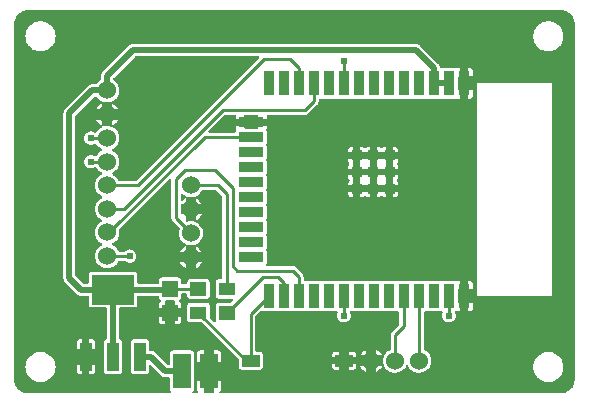
<source format=gtl>
G04 Layer: TopLayer*
G04 EasyEDA v6.5.34, 2023-10-15 23:32:28*
G04 71d41e4822c04cdf8dbe640198561a58,c7e5a72684d24d89a273277b68740de8,10*
G04 Gerber Generator version 0.2*
G04 Scale: 100 percent, Rotated: No, Reflected: No *
G04 Dimensions in millimeters *
G04 leading zeros omitted , absolute positions ,4 integer and 5 decimal *
%FSLAX45Y45*%
%MOMM*%

%AMMACRO1*21,1,$1,$2,0,0,$3*%
%ADD10C,0.5000*%
%ADD11C,0.2540*%
%ADD12C,1.5240*%
%ADD13R,1.5240X3.0000*%
%ADD14MACRO1,1.377X1.1325X0.0000*%
%ADD15R,1.3770X1.1325*%
%ADD16MACRO1,1.35X1.41X0.0000*%
%ADD17R,1.3500X1.4100*%
%ADD18R,1.5000X1.0000*%
%ADD19R,0.9800X2.4700*%
%ADD20MACRO1,3.6X2.47X0.0000*%
%ADD21R,0.9500X2.1000*%
%ADD22R,2.1000X0.9500*%
%ADD23R,0.9000X0.9000*%
%ADD24C,0.6200*%
%ADD25C,0.0101*%

%LPD*%
G36*
X150926Y-3274110D02*
G01*
X135534Y-3273196D01*
X121869Y-3270808D01*
X108458Y-3266897D01*
X95656Y-3261512D01*
X83515Y-3254705D01*
X72186Y-3246577D01*
X61874Y-3237280D01*
X52679Y-3226917D01*
X44704Y-3215538D01*
X37998Y-3203295D01*
X32715Y-3190392D01*
X28956Y-3177082D01*
X26670Y-3163316D01*
X25908Y-3149041D01*
X25908Y-150977D01*
X26822Y-135534D01*
X29209Y-121869D01*
X33121Y-108508D01*
X38506Y-95707D01*
X45262Y-83566D01*
X53390Y-72237D01*
X62687Y-61925D01*
X73101Y-52730D01*
X84480Y-44704D01*
X96672Y-38049D01*
X109575Y-32766D01*
X122935Y-29006D01*
X136652Y-26720D01*
X150926Y-25958D01*
X4649012Y-25958D01*
X4664456Y-26873D01*
X4678172Y-29260D01*
X4691481Y-33172D01*
X4704283Y-38557D01*
X4716424Y-45313D01*
X4727752Y-53441D01*
X4738065Y-62738D01*
X4747260Y-73152D01*
X4755286Y-84531D01*
X4761941Y-96723D01*
X4767224Y-109626D01*
X4771034Y-122986D01*
X4773320Y-136702D01*
X4774082Y-150977D01*
X4774082Y-3149041D01*
X4773168Y-3164484D01*
X4770729Y-3178149D01*
X4766818Y-3191510D01*
X4761433Y-3204362D01*
X4754727Y-3216503D01*
X4746548Y-3227781D01*
X4737252Y-3238093D01*
X4726838Y-3247339D01*
X4715459Y-3255314D01*
X4703267Y-3262020D01*
X4690414Y-3267252D01*
X4677054Y-3271062D01*
X4663338Y-3273348D01*
X4649012Y-3274110D01*
X1775460Y-3274110D01*
X1771548Y-3273348D01*
X1768297Y-3271113D01*
X1766062Y-3267862D01*
X1765350Y-3263950D01*
X1766062Y-3260039D01*
X1768297Y-3256788D01*
X1772818Y-3252215D01*
X1775866Y-3247339D01*
X1777746Y-3241852D01*
X1778507Y-3235553D01*
X1778507Y-3167430D01*
X1720900Y-3167430D01*
X1720900Y-3263950D01*
X1720088Y-3267862D01*
X1717852Y-3271113D01*
X1714550Y-3273348D01*
X1710689Y-3274110D01*
X1642110Y-3274110D01*
X1638198Y-3273348D01*
X1634947Y-3271113D01*
X1632712Y-3267862D01*
X1632000Y-3263950D01*
X1632000Y-3167430D01*
X1574241Y-3167430D01*
X1574241Y-3235553D01*
X1575054Y-3241852D01*
X1576882Y-3247339D01*
X1579981Y-3252215D01*
X1584502Y-3256788D01*
X1586738Y-3260039D01*
X1587449Y-3263950D01*
X1586738Y-3267862D01*
X1584502Y-3271113D01*
X1581200Y-3273348D01*
X1577340Y-3274110D01*
X1546860Y-3274110D01*
X1542948Y-3273348D01*
X1539697Y-3271113D01*
X1537462Y-3267862D01*
X1536750Y-3263950D01*
X1537462Y-3260039D01*
X1539697Y-3256788D01*
X1544218Y-3252215D01*
X1547266Y-3247339D01*
X1549146Y-3241852D01*
X1549908Y-3235553D01*
X1549908Y-2936697D01*
X1549146Y-2930398D01*
X1547266Y-2924911D01*
X1544218Y-2920034D01*
X1540154Y-2915869D01*
X1535176Y-2912821D01*
X1529740Y-2910941D01*
X1523390Y-2910230D01*
X1372209Y-2910230D01*
X1365859Y-2910941D01*
X1360424Y-2912821D01*
X1355445Y-2915869D01*
X1351381Y-2920034D01*
X1348282Y-2924911D01*
X1346454Y-2930398D01*
X1345641Y-2936697D01*
X1345641Y-3024936D01*
X1344879Y-3028797D01*
X1342694Y-3032099D01*
X1339443Y-3034334D01*
X1335582Y-3035046D01*
X1333347Y-3035046D01*
X1329486Y-3034334D01*
X1326184Y-3032099D01*
X1221282Y-2927451D01*
X1217879Y-2924352D01*
X1214323Y-2921609D01*
X1210665Y-2919222D01*
X1206601Y-2917139D01*
X1202588Y-2915513D01*
X1198270Y-2914142D01*
X1194054Y-2913176D01*
X1189532Y-2912618D01*
X1178661Y-2912414D01*
X1174750Y-2911652D01*
X1171448Y-2909417D01*
X1169263Y-2906115D01*
X1168501Y-2902204D01*
X1168501Y-2840278D01*
X1167790Y-2833979D01*
X1165860Y-2828442D01*
X1162812Y-2823565D01*
X1158697Y-2819501D01*
X1153769Y-2816453D01*
X1148334Y-2814523D01*
X1141984Y-2813761D01*
X1045159Y-2813761D01*
X1038809Y-2814523D01*
X1033373Y-2816453D01*
X1028446Y-2819501D01*
X1024382Y-2823565D01*
X1021283Y-2828442D01*
X1019352Y-2833979D01*
X1018692Y-2840278D01*
X1018692Y-3086150D01*
X1019352Y-3092500D01*
X1021283Y-3097936D01*
X1024382Y-3102813D01*
X1028446Y-3106877D01*
X1033373Y-3110026D01*
X1038809Y-3111906D01*
X1045159Y-3112617D01*
X1141984Y-3112617D01*
X1148334Y-3111906D01*
X1153769Y-3110026D01*
X1158697Y-3106877D01*
X1162812Y-3102813D01*
X1165860Y-3097936D01*
X1167790Y-3092500D01*
X1168501Y-3086150D01*
X1168501Y-3043072D01*
X1169263Y-3039211D01*
X1171448Y-3035909D01*
X1174750Y-3033674D01*
X1178610Y-3032912D01*
X1182522Y-3033674D01*
X1185824Y-3035909D01*
X1271981Y-3121863D01*
X1275384Y-3124911D01*
X1278991Y-3127705D01*
X1282649Y-3130092D01*
X1286713Y-3132175D01*
X1290675Y-3133801D01*
X1294993Y-3135172D01*
X1299311Y-3136138D01*
X1303731Y-3136646D01*
X1308354Y-3136900D01*
X1335582Y-3136900D01*
X1339443Y-3137611D01*
X1342694Y-3139897D01*
X1344879Y-3143199D01*
X1345641Y-3147060D01*
X1345641Y-3235553D01*
X1346454Y-3241852D01*
X1348282Y-3247339D01*
X1351381Y-3252215D01*
X1355902Y-3256788D01*
X1358138Y-3260039D01*
X1358849Y-3263950D01*
X1358138Y-3267862D01*
X1355902Y-3271113D01*
X1352600Y-3273348D01*
X1348740Y-3274110D01*
G37*

%LPC*%
G36*
X4550054Y-3177540D02*
G01*
X4565345Y-3176574D01*
X4580534Y-3173780D01*
X4595164Y-3169259D01*
X4609236Y-3162909D01*
X4622393Y-3154934D01*
X4634534Y-3145434D01*
X4645406Y-3134563D01*
X4654905Y-3122472D01*
X4662881Y-3109264D01*
X4669231Y-3095244D01*
X4673752Y-3080562D01*
X4676597Y-3065424D01*
X4677511Y-3050032D01*
X4676597Y-3034588D01*
X4673752Y-3019501D01*
X4669231Y-3004769D01*
X4662881Y-2990799D01*
X4654905Y-2977591D01*
X4645406Y-2965500D01*
X4634534Y-2954629D01*
X4622393Y-2945130D01*
X4609236Y-2937154D01*
X4595164Y-2930804D01*
X4580534Y-2926232D01*
X4565345Y-2923489D01*
X4550054Y-2922524D01*
X4534611Y-2923489D01*
X4519523Y-2926232D01*
X4504791Y-2930804D01*
X4490720Y-2937154D01*
X4477562Y-2945130D01*
X4465421Y-2954629D01*
X4454550Y-2965500D01*
X4445050Y-2977591D01*
X4437075Y-2990799D01*
X4430776Y-3004769D01*
X4426204Y-3019501D01*
X4423410Y-3034588D01*
X4422495Y-3050032D01*
X4423410Y-3065424D01*
X4426204Y-3080562D01*
X4430776Y-3095244D01*
X4437075Y-3109264D01*
X4445050Y-3122472D01*
X4454550Y-3134563D01*
X4465421Y-3145434D01*
X4477562Y-3154934D01*
X4490720Y-3162909D01*
X4504791Y-3169259D01*
X4519523Y-3173780D01*
X4534611Y-3176574D01*
G37*
G36*
X249986Y-3177540D02*
G01*
X265379Y-3176574D01*
X280517Y-3173780D01*
X295198Y-3169259D01*
X309219Y-3162909D01*
X322427Y-3154934D01*
X334518Y-3145434D01*
X345389Y-3134563D01*
X354888Y-3122472D01*
X362864Y-3109264D01*
X369214Y-3095244D01*
X373786Y-3080562D01*
X376529Y-3065424D01*
X377494Y-3050032D01*
X376529Y-3034588D01*
X373786Y-3019501D01*
X369214Y-3004769D01*
X362864Y-2990799D01*
X354888Y-2977591D01*
X345389Y-2965500D01*
X334518Y-2954629D01*
X322427Y-2945130D01*
X309219Y-2937154D01*
X295198Y-2930804D01*
X280517Y-2926232D01*
X265379Y-2923489D01*
X249986Y-2922524D01*
X234594Y-2923489D01*
X219456Y-2926232D01*
X204774Y-2930804D01*
X190754Y-2937154D01*
X177546Y-2945130D01*
X165455Y-2954629D01*
X154584Y-2965500D01*
X145084Y-2977591D01*
X137109Y-2990799D01*
X130759Y-3004769D01*
X126187Y-3019501D01*
X123444Y-3034588D01*
X122478Y-3050032D01*
X123444Y-3065424D01*
X126187Y-3080562D01*
X130759Y-3095244D01*
X137109Y-3109264D01*
X145084Y-3122472D01*
X154584Y-3134563D01*
X165455Y-3145434D01*
X177546Y-3154934D01*
X190754Y-3162909D01*
X204774Y-3169259D01*
X219456Y-3173780D01*
X234594Y-3176574D01*
G37*
G36*
X585165Y-3112617D02*
G01*
X602742Y-3112617D01*
X602742Y-3031337D01*
X558647Y-3031337D01*
X558647Y-3086150D01*
X559358Y-3092500D01*
X561289Y-3097936D01*
X564438Y-3102813D01*
X568452Y-3106877D01*
X573379Y-3110026D01*
X578815Y-3111906D01*
G37*
G36*
X664413Y-3112617D02*
G01*
X681990Y-3112617D01*
X688340Y-3111906D01*
X693775Y-3110026D01*
X698754Y-3106877D01*
X702767Y-3102813D01*
X705866Y-3097936D01*
X707796Y-3092500D01*
X708507Y-3086150D01*
X708507Y-3031337D01*
X664413Y-3031337D01*
G37*
G36*
X815136Y-3112617D02*
G01*
X912012Y-3112617D01*
X918311Y-3111906D01*
X923798Y-3110026D01*
X928674Y-3106877D01*
X932789Y-3102813D01*
X935837Y-3097936D01*
X937768Y-3092500D01*
X938479Y-3086150D01*
X938479Y-2840278D01*
X937768Y-2833979D01*
X935837Y-2828442D01*
X932789Y-2823565D01*
X928674Y-2819501D01*
X923798Y-2816453D01*
X921308Y-2815590D01*
X917752Y-2813405D01*
X915314Y-2810052D01*
X914501Y-2805938D01*
X914501Y-2555798D01*
X915263Y-2551887D01*
X917448Y-2548534D01*
X920750Y-2546400D01*
X924661Y-2545588D01*
X1043025Y-2545588D01*
X1049324Y-2544927D01*
X1054862Y-2542997D01*
X1059738Y-2539949D01*
X1063802Y-2535834D01*
X1066850Y-2530957D01*
X1068781Y-2525471D01*
X1069492Y-2519172D01*
X1069492Y-2457196D01*
X1070254Y-2453284D01*
X1072438Y-2450033D01*
X1075740Y-2447798D01*
X1079652Y-2447036D01*
X1242618Y-2447036D01*
X1246479Y-2447798D01*
X1249781Y-2450033D01*
X1252016Y-2453284D01*
X1252778Y-2457196D01*
X1252778Y-2459126D01*
X1253490Y-2465476D01*
X1255420Y-2470861D01*
X1258468Y-2475788D01*
X1262583Y-2479903D01*
X1266647Y-2483459D01*
X1268222Y-2487168D01*
X1268222Y-2491282D01*
X1266647Y-2494991D01*
X1262583Y-2498547D01*
X1258468Y-2502611D01*
X1255420Y-2507488D01*
X1253490Y-2512974D01*
X1252778Y-2519222D01*
X1252778Y-2547569D01*
X1306068Y-2547569D01*
X1306068Y-2495804D01*
X1306880Y-2491892D01*
X1309065Y-2488590D01*
X1312367Y-2486406D01*
X1316228Y-2485644D01*
X1376172Y-2485644D01*
X1380032Y-2486406D01*
X1383334Y-2488590D01*
X1385519Y-2491892D01*
X1386281Y-2495804D01*
X1386281Y-2547569D01*
X1439570Y-2547569D01*
X1439570Y-2519222D01*
X1438859Y-2512974D01*
X1436979Y-2507488D01*
X1433880Y-2502611D01*
X1429816Y-2498547D01*
X1425752Y-2494991D01*
X1424127Y-2491282D01*
X1424127Y-2487168D01*
X1425752Y-2483459D01*
X1429816Y-2479903D01*
X1433880Y-2475788D01*
X1436979Y-2470861D01*
X1438859Y-2465476D01*
X1439570Y-2459126D01*
X1439570Y-2437993D01*
X1440332Y-2434082D01*
X1442618Y-2430830D01*
X1445920Y-2428595D01*
X1449781Y-2427833D01*
X1482547Y-2427833D01*
X1486509Y-2428595D01*
X1489811Y-2430830D01*
X1491945Y-2434082D01*
X1492758Y-2437993D01*
X1492758Y-2445258D01*
X1493418Y-2451608D01*
X1495348Y-2457043D01*
X1498396Y-2461971D01*
X1502511Y-2465984D01*
X1507388Y-2469134D01*
X1512925Y-2471064D01*
X1519174Y-2471775D01*
X1655775Y-2471775D01*
X1662074Y-2471064D01*
X1667611Y-2469134D01*
X1672488Y-2465984D01*
X1676552Y-2461971D01*
X1679600Y-2457043D01*
X1681530Y-2451608D01*
X1682242Y-2445258D01*
X1682242Y-2333142D01*
X1681530Y-2326792D01*
X1679600Y-2321356D01*
X1676552Y-2316480D01*
X1672488Y-2312365D01*
X1667611Y-2309317D01*
X1662074Y-2307386D01*
X1655775Y-2306675D01*
X1519174Y-2306675D01*
X1512925Y-2307386D01*
X1507388Y-2309317D01*
X1502511Y-2312365D01*
X1498396Y-2316480D01*
X1495348Y-2321356D01*
X1493418Y-2326792D01*
X1492758Y-2333142D01*
X1492758Y-2340457D01*
X1491945Y-2344369D01*
X1489811Y-2347620D01*
X1486509Y-2349855D01*
X1482547Y-2350617D01*
X1449781Y-2350617D01*
X1445920Y-2349855D01*
X1442618Y-2347620D01*
X1440332Y-2344369D01*
X1439570Y-2340457D01*
X1439570Y-2319274D01*
X1438859Y-2312974D01*
X1436979Y-2307488D01*
X1433880Y-2302611D01*
X1429816Y-2298446D01*
X1424940Y-2295448D01*
X1419402Y-2293518D01*
X1413154Y-2292807D01*
X1279245Y-2292807D01*
X1272997Y-2293518D01*
X1267460Y-2295448D01*
X1262583Y-2298446D01*
X1258468Y-2302611D01*
X1255420Y-2307488D01*
X1253490Y-2312974D01*
X1252778Y-2319274D01*
X1252778Y-2335072D01*
X1252016Y-2338933D01*
X1249781Y-2342235D01*
X1246479Y-2344470D01*
X1242618Y-2345232D01*
X1079652Y-2345232D01*
X1075740Y-2344470D01*
X1072438Y-2342235D01*
X1070254Y-2338933D01*
X1069492Y-2335072D01*
X1069492Y-2273300D01*
X1068781Y-2266950D01*
X1066850Y-2261514D01*
X1063802Y-2256637D01*
X1059738Y-2252522D01*
X1054862Y-2249424D01*
X1049324Y-2247544D01*
X1043025Y-2246833D01*
X684123Y-2246833D01*
X677824Y-2247544D01*
X672388Y-2249424D01*
X667461Y-2252522D01*
X663346Y-2256637D01*
X660298Y-2261514D01*
X658368Y-2266950D01*
X657707Y-2273300D01*
X657707Y-2335072D01*
X656894Y-2338933D01*
X654710Y-2342235D01*
X651408Y-2344470D01*
X647496Y-2345232D01*
X618134Y-2345232D01*
X614222Y-2344470D01*
X610971Y-2342235D01*
X549198Y-2280462D01*
X546963Y-2277211D01*
X546201Y-2273300D01*
X546201Y-926846D01*
X546963Y-923036D01*
X549198Y-919734D01*
X706932Y-762203D01*
X710234Y-759968D01*
X714095Y-759206D01*
X720242Y-759206D01*
X723696Y-759815D01*
X726744Y-761542D01*
X730046Y-766013D01*
X738530Y-776681D01*
X748334Y-786180D01*
X759307Y-794258D01*
X771448Y-800912D01*
X774700Y-803757D01*
X775919Y-805738D01*
X779729Y-804926D01*
X783996Y-805738D01*
X797255Y-808888D01*
X810818Y-810260D01*
X824433Y-809802D01*
X837895Y-807516D01*
X845515Y-805180D01*
X849274Y-804722D01*
X852322Y-805535D01*
X854100Y-802792D01*
X857148Y-800608D01*
X863295Y-797763D01*
X874776Y-790397D01*
X885190Y-781608D01*
X894334Y-771499D01*
X902055Y-760272D01*
X908202Y-748080D01*
X912672Y-735177D01*
X915416Y-721817D01*
X916330Y-708253D01*
X915416Y-694639D01*
X912672Y-681278D01*
X908202Y-668375D01*
X902055Y-656183D01*
X894334Y-644956D01*
X885190Y-634847D01*
X874776Y-626059D01*
X869848Y-622858D01*
X867308Y-620572D01*
X865682Y-617626D01*
X865124Y-614324D01*
X865124Y-609498D01*
X865936Y-605637D01*
X868121Y-602335D01*
X1048258Y-422198D01*
X1051509Y-420014D01*
X1055420Y-419252D01*
X2092350Y-419252D01*
X2096211Y-420014D01*
X2099513Y-422198D01*
X2101748Y-425500D01*
X2102561Y-429412D01*
X2101748Y-433273D01*
X2099513Y-436575D01*
X1066241Y-1469847D01*
X1062939Y-1472082D01*
X1059027Y-1472844D01*
X915162Y-1472844D01*
X911453Y-1472184D01*
X908303Y-1470202D01*
X906018Y-1467256D01*
X902055Y-1459382D01*
X894334Y-1448155D01*
X885190Y-1438046D01*
X874776Y-1429258D01*
X863295Y-1421892D01*
X860552Y-1420622D01*
X857503Y-1418386D01*
X855421Y-1415186D01*
X854710Y-1411427D01*
X855421Y-1407668D01*
X857503Y-1404467D01*
X860552Y-1402232D01*
X863295Y-1400962D01*
X874776Y-1393596D01*
X885190Y-1384808D01*
X894334Y-1374698D01*
X902055Y-1363472D01*
X908202Y-1351280D01*
X912672Y-1338376D01*
X915416Y-1324965D01*
X916330Y-1311452D01*
X915416Y-1297838D01*
X912672Y-1284427D01*
X908202Y-1271574D01*
X902055Y-1259382D01*
X894334Y-1248156D01*
X885190Y-1237996D01*
X874776Y-1229207D01*
X863295Y-1221892D01*
X860552Y-1220622D01*
X857503Y-1218387D01*
X855421Y-1215186D01*
X854710Y-1211427D01*
X855421Y-1207668D01*
X857503Y-1204468D01*
X860552Y-1202232D01*
X863295Y-1200962D01*
X874776Y-1193546D01*
X885190Y-1184757D01*
X894334Y-1174699D01*
X902055Y-1163472D01*
X908202Y-1151280D01*
X912672Y-1138377D01*
X915416Y-1125016D01*
X916330Y-1111453D01*
X915416Y-1097788D01*
X912672Y-1084478D01*
X908202Y-1071575D01*
X902055Y-1059383D01*
X894334Y-1048156D01*
X885190Y-1038047D01*
X874776Y-1029258D01*
X863295Y-1021892D01*
X860552Y-1020622D01*
X857503Y-1018387D01*
X855421Y-1015187D01*
X854913Y-1012494D01*
X852932Y-1013968D01*
X849274Y-1014933D01*
X845515Y-1014476D01*
X837895Y-1012139D01*
X824433Y-1009853D01*
X810818Y-1009396D01*
X797255Y-1010767D01*
X783590Y-1014069D01*
X779729Y-1014730D01*
X775919Y-1013917D01*
X773531Y-1012291D01*
X773531Y-1013561D01*
X771753Y-1017524D01*
X768502Y-1020318D01*
X759307Y-1025398D01*
X748334Y-1033475D01*
X738530Y-1042974D01*
X730046Y-1053642D01*
X724154Y-1063701D01*
X721258Y-1066800D01*
X717397Y-1068476D01*
X713181Y-1068425D01*
X709320Y-1066698D01*
X704342Y-1062990D01*
X695706Y-1058672D01*
X686511Y-1055827D01*
X676960Y-1054608D01*
X667308Y-1055014D01*
X657860Y-1057046D01*
X648919Y-1060653D01*
X640689Y-1065682D01*
X633476Y-1072083D01*
X627430Y-1079601D01*
X622706Y-1087983D01*
X619506Y-1097076D01*
X617880Y-1106627D01*
X617880Y-1116228D01*
X619506Y-1125778D01*
X622706Y-1134872D01*
X627430Y-1143254D01*
X633476Y-1150772D01*
X640689Y-1157173D01*
X648919Y-1162202D01*
X657860Y-1165809D01*
X667308Y-1167841D01*
X676960Y-1168247D01*
X686511Y-1167028D01*
X695706Y-1164183D01*
X704342Y-1159865D01*
X709320Y-1156157D01*
X713181Y-1154430D01*
X717397Y-1154379D01*
X721258Y-1156055D01*
X724154Y-1159154D01*
X730046Y-1169212D01*
X738530Y-1179880D01*
X748334Y-1189380D01*
X759307Y-1197457D01*
X768502Y-1202537D01*
X771753Y-1205280D01*
X773531Y-1209294D01*
X773531Y-1213561D01*
X771753Y-1217472D01*
X768502Y-1220317D01*
X759307Y-1225397D01*
X748334Y-1233474D01*
X738530Y-1242974D01*
X730046Y-1253642D01*
X724154Y-1263700D01*
X721258Y-1266799D01*
X717397Y-1268476D01*
X713181Y-1268425D01*
X709320Y-1266698D01*
X704342Y-1262938D01*
X695706Y-1258671D01*
X686511Y-1255826D01*
X676960Y-1254607D01*
X667308Y-1255014D01*
X657860Y-1257046D01*
X648919Y-1260652D01*
X640689Y-1265682D01*
X633476Y-1272082D01*
X627430Y-1279601D01*
X622706Y-1287983D01*
X619506Y-1297076D01*
X617880Y-1306626D01*
X617880Y-1316177D01*
X619506Y-1325778D01*
X622706Y-1334871D01*
X627430Y-1343253D01*
X633476Y-1350772D01*
X640689Y-1357172D01*
X648919Y-1362202D01*
X657860Y-1365808D01*
X667308Y-1367840D01*
X676960Y-1368247D01*
X686511Y-1366977D01*
X695706Y-1364183D01*
X704342Y-1359865D01*
X709320Y-1356156D01*
X713181Y-1354429D01*
X717397Y-1354378D01*
X721258Y-1356055D01*
X724154Y-1359154D01*
X730046Y-1369212D01*
X738530Y-1379880D01*
X748334Y-1389380D01*
X759307Y-1397457D01*
X768502Y-1402537D01*
X771753Y-1405331D01*
X773531Y-1409242D01*
X773531Y-1413560D01*
X771753Y-1417523D01*
X768502Y-1420317D01*
X759307Y-1425397D01*
X748334Y-1433474D01*
X738530Y-1442974D01*
X730046Y-1453642D01*
X723087Y-1465376D01*
X717804Y-1477924D01*
X714197Y-1491030D01*
X712419Y-1504594D01*
X712419Y-1518259D01*
X714197Y-1531772D01*
X717804Y-1544929D01*
X723087Y-1557477D01*
X730046Y-1569161D01*
X738530Y-1579880D01*
X748334Y-1589379D01*
X759307Y-1597456D01*
X768502Y-1602536D01*
X771753Y-1605330D01*
X773531Y-1609242D01*
X773531Y-1613560D01*
X771753Y-1617522D01*
X768502Y-1620316D01*
X759307Y-1625346D01*
X748334Y-1633474D01*
X738530Y-1642922D01*
X730046Y-1653641D01*
X723087Y-1665376D01*
X717804Y-1677924D01*
X714197Y-1691081D01*
X712419Y-1704593D01*
X712419Y-1718259D01*
X714197Y-1731772D01*
X717804Y-1744929D01*
X723087Y-1757476D01*
X730046Y-1769211D01*
X738530Y-1779879D01*
X748334Y-1789379D01*
X759307Y-1797456D01*
X768502Y-1802536D01*
X771753Y-1805330D01*
X773531Y-1809292D01*
X773531Y-1813560D01*
X771753Y-1817522D01*
X768502Y-1820265D01*
X759307Y-1825396D01*
X748334Y-1833422D01*
X738530Y-1842973D01*
X730046Y-1853641D01*
X723087Y-1865375D01*
X717804Y-1877872D01*
X714197Y-1891080D01*
X712419Y-1904593D01*
X712419Y-1918258D01*
X714197Y-1931771D01*
X717804Y-1944928D01*
X723087Y-1957476D01*
X730046Y-1969211D01*
X738530Y-1979879D01*
X748334Y-1989378D01*
X759307Y-1997456D01*
X768502Y-2002536D01*
X771753Y-2005330D01*
X773531Y-2009292D01*
X773531Y-2013559D01*
X771753Y-2017522D01*
X768502Y-2020316D01*
X759307Y-2025396D01*
X748334Y-2033473D01*
X738530Y-2042972D01*
X730046Y-2053640D01*
X723087Y-2065375D01*
X717804Y-2077923D01*
X714197Y-2091080D01*
X712419Y-2104542D01*
X712419Y-2118207D01*
X714197Y-2131771D01*
X717804Y-2144928D01*
X723087Y-2157476D01*
X730046Y-2169210D01*
X738530Y-2179878D01*
X748334Y-2189378D01*
X759307Y-2197455D01*
X771245Y-2204008D01*
X783996Y-2208936D01*
X797255Y-2212086D01*
X810818Y-2213457D01*
X824433Y-2212949D01*
X837895Y-2210714D01*
X850900Y-2206701D01*
X863295Y-2200960D01*
X874776Y-2193594D01*
X885190Y-2184806D01*
X894334Y-2174697D01*
X902055Y-2163470D01*
X906018Y-2155596D01*
X908303Y-2152650D01*
X911453Y-2150719D01*
X915162Y-2149957D01*
X959002Y-2149957D01*
X962558Y-2150668D01*
X965708Y-2152548D01*
X970889Y-2157171D01*
X979119Y-2162149D01*
X988060Y-2165807D01*
X997508Y-2167839D01*
X1007160Y-2168245D01*
X1016762Y-2167026D01*
X1025906Y-2164130D01*
X1034542Y-2159863D01*
X1042314Y-2154123D01*
X1048969Y-2147163D01*
X1054354Y-2139137D01*
X1058367Y-2130348D01*
X1060754Y-2121052D01*
X1061669Y-2111451D01*
X1060754Y-2101799D01*
X1058367Y-2092502D01*
X1054354Y-2083714D01*
X1048969Y-2075688D01*
X1042314Y-2068728D01*
X1034542Y-2062988D01*
X1025906Y-2058619D01*
X1016762Y-2055825D01*
X1007160Y-2054606D01*
X997508Y-2055012D01*
X988060Y-2057044D01*
X979119Y-2060651D01*
X970889Y-2065680D01*
X965708Y-2070303D01*
X962558Y-2072182D01*
X959002Y-2072792D01*
X915060Y-2072792D01*
X911453Y-2072132D01*
X908303Y-2070201D01*
X906018Y-2067255D01*
X902055Y-2059381D01*
X894334Y-2048154D01*
X885190Y-2038045D01*
X874776Y-2029256D01*
X863295Y-2021890D01*
X860552Y-2020620D01*
X857503Y-2018385D01*
X855421Y-2015134D01*
X854659Y-2011425D01*
X855421Y-2007666D01*
X857503Y-2004415D01*
X860552Y-2002231D01*
X863295Y-2000961D01*
X874776Y-1993595D01*
X885190Y-1984806D01*
X894334Y-1974697D01*
X902055Y-1963470D01*
X908202Y-1951278D01*
X912672Y-1938375D01*
X915416Y-1925015D01*
X916330Y-1911451D01*
X915416Y-1897837D01*
X914146Y-1891538D01*
X913993Y-1888236D01*
X914958Y-1885035D01*
X916889Y-1882292D01*
X1341069Y-1458214D01*
X1344320Y-1455978D01*
X1348282Y-1455216D01*
X1352143Y-1455978D01*
X1355394Y-1458214D01*
X1357680Y-1461516D01*
X1358392Y-1465376D01*
X1358392Y-1790090D01*
X1359204Y-1798116D01*
X1361440Y-1805330D01*
X1364945Y-1812036D01*
X1370076Y-1818233D01*
X1425244Y-1873402D01*
X1427327Y-1876348D01*
X1428191Y-1879803D01*
X1427886Y-1883257D01*
X1423924Y-1897430D01*
X1422095Y-1910892D01*
X1422095Y-1924557D01*
X1423924Y-1938070D01*
X1427530Y-1951177D01*
X1432864Y-1963775D01*
X1439824Y-1975510D01*
X1448308Y-1986178D01*
X1458061Y-1995627D01*
X1469034Y-2003755D01*
X1481175Y-2010410D01*
X1484477Y-2013204D01*
X1485646Y-2015236D01*
X1489456Y-2014423D01*
X1493774Y-2015236D01*
X1507032Y-2018385D01*
X1520545Y-2019757D01*
X1534261Y-2019300D01*
X1547622Y-2017014D01*
X1555242Y-2014626D01*
X1559001Y-2014169D01*
X1562049Y-2015032D01*
X1563827Y-2012340D01*
X1566875Y-2010105D01*
X1573022Y-2007260D01*
X1584604Y-1999894D01*
X1595018Y-1991106D01*
X1604111Y-1980946D01*
X1611833Y-1969719D01*
X1618030Y-1957527D01*
X1622450Y-1944674D01*
X1625193Y-1931314D01*
X1626107Y-1917750D01*
X1625193Y-1904136D01*
X1622450Y-1890775D01*
X1618030Y-1877872D01*
X1611833Y-1865680D01*
X1604111Y-1854454D01*
X1595018Y-1844344D01*
X1584604Y-1835556D01*
X1573022Y-1828190D01*
X1566875Y-1825345D01*
X1563827Y-1823110D01*
X1562049Y-1820418D01*
X1559001Y-1821230D01*
X1555242Y-1820722D01*
X1547622Y-1818436D01*
X1534261Y-1816150D01*
X1520545Y-1815693D01*
X1507032Y-1817065D01*
X1493316Y-1820367D01*
X1489456Y-1821027D01*
X1485646Y-1820214D01*
X1482445Y-1818030D01*
X1480261Y-1814728D01*
X1479600Y-1810918D01*
X1479600Y-1759000D01*
X1445768Y-1759000D01*
X1441856Y-1758188D01*
X1438656Y-1756003D01*
X1436370Y-1752701D01*
X1435608Y-1748840D01*
X1435608Y-1680260D01*
X1436370Y-1676349D01*
X1438656Y-1673047D01*
X1441856Y-1670862D01*
X1445768Y-1670100D01*
X1479600Y-1670100D01*
X1479600Y-1622755D01*
X1469034Y-1628495D01*
X1458061Y-1636572D01*
X1452829Y-1641652D01*
X1449527Y-1643786D01*
X1445666Y-1644497D01*
X1441805Y-1643684D01*
X1438554Y-1641449D01*
X1436370Y-1638198D01*
X1435608Y-1634337D01*
X1435608Y-1591513D01*
X1436370Y-1587652D01*
X1438554Y-1584401D01*
X1441805Y-1582166D01*
X1445666Y-1581353D01*
X1449527Y-1582064D01*
X1452829Y-1584198D01*
X1458061Y-1589227D01*
X1469034Y-1597355D01*
X1481175Y-1604010D01*
X1484477Y-1606804D01*
X1485646Y-1608836D01*
X1489456Y-1608023D01*
X1493774Y-1608836D01*
X1507032Y-1611985D01*
X1520545Y-1613357D01*
X1534261Y-1612900D01*
X1547622Y-1610614D01*
X1555242Y-1608277D01*
X1559001Y-1607769D01*
X1562049Y-1608632D01*
X1563827Y-1605940D01*
X1566875Y-1603705D01*
X1573022Y-1600860D01*
X1584604Y-1593494D01*
X1595018Y-1584706D01*
X1604111Y-1574546D01*
X1611833Y-1563319D01*
X1615744Y-1555496D01*
X1618030Y-1552549D01*
X1621231Y-1550619D01*
X1624838Y-1549958D01*
X1732381Y-1549958D01*
X1736242Y-1550720D01*
X1739595Y-1552905D01*
X1787194Y-1600555D01*
X1789379Y-1603857D01*
X1790192Y-1607718D01*
X1790192Y-2296515D01*
X1789379Y-2300376D01*
X1787194Y-2303729D01*
X1783943Y-2305913D01*
X1780082Y-2306675D01*
X1760474Y-2306675D01*
X1754225Y-2307386D01*
X1748688Y-2309317D01*
X1743811Y-2312365D01*
X1739696Y-2316480D01*
X1736648Y-2321356D01*
X1734718Y-2326792D01*
X1734057Y-2333142D01*
X1734057Y-2445258D01*
X1734718Y-2451608D01*
X1736648Y-2457043D01*
X1739696Y-2461971D01*
X1743811Y-2465984D01*
X1748688Y-2469134D01*
X1754225Y-2471064D01*
X1760474Y-2471775D01*
X1867154Y-2471775D01*
X1871014Y-2472537D01*
X1874316Y-2474722D01*
X1876501Y-2478024D01*
X1877263Y-2481935D01*
X1876501Y-2485796D01*
X1874316Y-2489098D01*
X1859686Y-2503728D01*
X1856384Y-2505913D01*
X1852523Y-2506675D01*
X1760474Y-2506675D01*
X1754225Y-2507386D01*
X1748688Y-2509316D01*
X1743811Y-2512415D01*
X1739696Y-2516479D01*
X1736648Y-2521407D01*
X1734718Y-2526842D01*
X1734057Y-2533192D01*
X1734057Y-2645257D01*
X1734718Y-2651607D01*
X1736343Y-2656179D01*
X1736902Y-2659938D01*
X1735988Y-2663748D01*
X1733702Y-2666898D01*
X1730400Y-2668981D01*
X1726590Y-2669692D01*
X1722831Y-2668879D01*
X1719529Y-2666695D01*
X1685188Y-2632354D01*
X1683004Y-2629052D01*
X1682242Y-2625191D01*
X1682242Y-2533192D01*
X1681530Y-2526842D01*
X1679600Y-2521407D01*
X1676552Y-2516479D01*
X1672488Y-2512415D01*
X1667611Y-2509316D01*
X1662074Y-2507386D01*
X1655775Y-2506675D01*
X1519174Y-2506675D01*
X1512925Y-2507386D01*
X1507388Y-2509316D01*
X1502511Y-2512415D01*
X1498396Y-2516479D01*
X1495348Y-2521407D01*
X1493418Y-2526842D01*
X1492758Y-2533192D01*
X1492758Y-2645257D01*
X1493418Y-2651607D01*
X1495348Y-2657094D01*
X1498396Y-2661970D01*
X1502511Y-2666085D01*
X1507388Y-2669133D01*
X1512925Y-2671064D01*
X1519174Y-2671775D01*
X1611223Y-2671775D01*
X1615084Y-2672537D01*
X1618386Y-2674721D01*
X1926793Y-2983179D01*
X1929079Y-2986430D01*
X1929790Y-2990342D01*
X1929790Y-3046679D01*
X1930552Y-3052978D01*
X1932381Y-3058414D01*
X1935530Y-3063341D01*
X1939594Y-3067405D01*
X1944471Y-3070504D01*
X1949957Y-3072434D01*
X1956307Y-3073146D01*
X2105101Y-3073146D01*
X2111451Y-3072434D01*
X2116886Y-3070504D01*
X2121814Y-3067405D01*
X2125929Y-3063341D01*
X2128977Y-3058414D01*
X2130907Y-3052978D01*
X2131618Y-3046679D01*
X2131618Y-2947771D01*
X2130907Y-2941472D01*
X2128977Y-2936036D01*
X2125929Y-2931109D01*
X2121814Y-2927045D01*
X2116886Y-2923946D01*
X2111451Y-2922016D01*
X2105101Y-2921254D01*
X2079447Y-2921254D01*
X2075586Y-2920542D01*
X2072284Y-2918307D01*
X2070049Y-2915056D01*
X2069338Y-2911144D01*
X2069338Y-2623261D01*
X2070049Y-2619451D01*
X2072284Y-2616149D01*
X2110740Y-2577642D01*
X2113584Y-2575712D01*
X2116785Y-2574747D01*
X2120188Y-2574899D01*
X2123338Y-2576220D01*
X2125675Y-2577693D01*
X2131161Y-2579624D01*
X2137511Y-2580284D01*
X2231288Y-2580284D01*
X2237638Y-2579624D01*
X2244445Y-2577134D01*
X2247950Y-2576525D01*
X2251354Y-2577134D01*
X2258161Y-2579624D01*
X2264511Y-2580284D01*
X2358288Y-2580284D01*
X2364638Y-2579624D01*
X2371445Y-2577134D01*
X2374950Y-2576525D01*
X2378354Y-2577134D01*
X2385161Y-2579624D01*
X2391511Y-2580284D01*
X2485288Y-2580284D01*
X2491638Y-2579624D01*
X2498445Y-2577134D01*
X2501950Y-2576525D01*
X2505354Y-2577134D01*
X2512161Y-2579624D01*
X2518511Y-2580284D01*
X2612288Y-2580284D01*
X2618638Y-2579624D01*
X2625445Y-2577134D01*
X2628950Y-2576525D01*
X2632354Y-2577134D01*
X2639161Y-2579624D01*
X2645511Y-2580284D01*
X2739288Y-2580284D01*
X2745638Y-2579624D01*
X2752445Y-2577134D01*
X2756052Y-2576525D01*
X2759557Y-2577236D01*
X2762402Y-2578303D01*
X2765958Y-2580690D01*
X2768295Y-2584348D01*
X2768854Y-2588615D01*
X2764332Y-2601874D01*
X2762758Y-2611424D01*
X2762758Y-2621026D01*
X2764332Y-2630576D01*
X2767533Y-2639669D01*
X2772257Y-2648051D01*
X2778302Y-2655519D01*
X2785567Y-2661970D01*
X2793746Y-2667000D01*
X2802788Y-2670606D01*
X2812186Y-2672588D01*
X2821838Y-2673045D01*
X2831338Y-2671826D01*
X2840634Y-2668981D01*
X2849168Y-2664663D01*
X2856941Y-2658922D01*
X2863646Y-2651963D01*
X2869031Y-2643936D01*
X2872994Y-2635148D01*
X2875432Y-2625852D01*
X2876245Y-2616250D01*
X2875432Y-2606598D01*
X2872994Y-2597302D01*
X2870606Y-2592019D01*
X2869793Y-2587802D01*
X2870708Y-2583535D01*
X2873400Y-2580081D01*
X2877159Y-2578049D01*
X2880563Y-2577134D01*
X2883611Y-2576779D01*
X2886608Y-2577338D01*
X2893161Y-2579624D01*
X2899511Y-2580284D01*
X2993288Y-2580284D01*
X2999638Y-2579624D01*
X3006445Y-2577134D01*
X3009950Y-2576525D01*
X3013354Y-2577134D01*
X3020161Y-2579624D01*
X3026511Y-2580284D01*
X3120288Y-2580284D01*
X3126638Y-2579624D01*
X3133445Y-2577134D01*
X3136950Y-2576525D01*
X3140354Y-2577134D01*
X3147161Y-2579624D01*
X3153511Y-2580284D01*
X3247288Y-2580284D01*
X3253638Y-2579624D01*
X3260445Y-2577134D01*
X3263950Y-2576525D01*
X3267354Y-2577134D01*
X3274161Y-2579624D01*
X3279800Y-2580284D01*
X3283254Y-2581351D01*
X3286201Y-2583586D01*
X3288080Y-2586736D01*
X3288792Y-2590342D01*
X3288792Y-2686304D01*
X3287979Y-2690215D01*
X3285794Y-2693568D01*
X3225698Y-2753664D01*
X3220618Y-2759913D01*
X3217011Y-2766568D01*
X3214827Y-2773730D01*
X3214014Y-2781808D01*
X3214014Y-2896209D01*
X3213404Y-2899765D01*
X3211525Y-2902864D01*
X3208731Y-2905099D01*
X3197707Y-2911195D01*
X3186734Y-2919272D01*
X3176981Y-2928772D01*
X3168446Y-2939440D01*
X3161538Y-2951175D01*
X3160420Y-2953867D01*
X3158236Y-2957068D01*
X3155188Y-2959150D01*
X3156000Y-2961894D01*
X3155645Y-2965602D01*
X3152597Y-2976880D01*
X3150768Y-2990392D01*
X3150768Y-3004058D01*
X3152597Y-3017570D01*
X3155645Y-3028848D01*
X3156000Y-3032556D01*
X3155188Y-3035300D01*
X3158236Y-3037382D01*
X3160420Y-3040583D01*
X3161538Y-3043275D01*
X3168446Y-3055010D01*
X3176981Y-3065678D01*
X3186734Y-3075127D01*
X3197707Y-3083255D01*
X3209645Y-3089757D01*
X3222447Y-3094736D01*
X3235706Y-3097885D01*
X3249218Y-3099257D01*
X3262833Y-3098800D01*
X3276295Y-3096514D01*
X3289350Y-3092500D01*
X3301695Y-3086760D01*
X3313176Y-3079394D01*
X3323590Y-3070606D01*
X3332784Y-3060446D01*
X3340455Y-3049219D01*
X3345129Y-3039922D01*
X3347516Y-3036925D01*
X3350768Y-3034995D01*
X3354578Y-3034385D01*
X3358286Y-3035249D01*
X3361436Y-3037382D01*
X3363620Y-3040583D01*
X3364737Y-3043275D01*
X3371646Y-3055010D01*
X3380181Y-3065678D01*
X3389934Y-3075127D01*
X3400907Y-3083255D01*
X3412845Y-3089757D01*
X3425647Y-3094736D01*
X3438906Y-3097885D01*
X3452418Y-3099257D01*
X3466033Y-3098800D01*
X3479495Y-3096514D01*
X3492550Y-3092500D01*
X3504895Y-3086760D01*
X3516376Y-3079394D01*
X3526790Y-3070606D01*
X3535984Y-3060446D01*
X3543655Y-3049219D01*
X3549802Y-3037027D01*
X3554323Y-3024174D01*
X3557066Y-3010814D01*
X3557981Y-2997250D01*
X3557066Y-2983636D01*
X3554323Y-2970276D01*
X3549802Y-2957372D01*
X3543655Y-2945180D01*
X3535984Y-2933954D01*
X3526790Y-2923844D01*
X3516376Y-2915056D01*
X3504895Y-2907690D01*
X3500069Y-2905455D01*
X3496970Y-2903169D01*
X3494938Y-2900019D01*
X3494227Y-2896260D01*
X3493363Y-2590342D01*
X3494024Y-2586736D01*
X3495954Y-2583535D01*
X3498900Y-2581249D01*
X3502406Y-2580233D01*
X3507638Y-2579624D01*
X3514445Y-2577134D01*
X3517950Y-2576525D01*
X3521354Y-2577134D01*
X3528161Y-2579624D01*
X3534511Y-2580284D01*
X3628288Y-2580284D01*
X3634638Y-2579624D01*
X3641445Y-2577134D01*
X3645052Y-2576525D01*
X3648557Y-2577236D01*
X3651402Y-2578303D01*
X3654958Y-2580690D01*
X3657295Y-2584348D01*
X3657854Y-2588615D01*
X3653332Y-2601874D01*
X3651758Y-2611424D01*
X3651758Y-2621026D01*
X3653332Y-2630576D01*
X3656533Y-2639669D01*
X3661257Y-2648051D01*
X3667302Y-2655519D01*
X3674567Y-2661970D01*
X3682796Y-2667000D01*
X3691788Y-2670606D01*
X3701186Y-2672588D01*
X3710838Y-2673045D01*
X3720337Y-2671826D01*
X3729634Y-2668981D01*
X3738168Y-2664663D01*
X3745941Y-2658922D01*
X3752646Y-2651963D01*
X3758031Y-2643936D01*
X3761994Y-2635148D01*
X3764432Y-2625852D01*
X3765245Y-2616250D01*
X3764432Y-2606598D01*
X3761994Y-2597302D01*
X3759606Y-2592019D01*
X3758793Y-2587802D01*
X3759708Y-2583535D01*
X3762400Y-2580081D01*
X3766159Y-2578049D01*
X3769563Y-2577134D01*
X3772611Y-2576779D01*
X3775608Y-2577338D01*
X3782161Y-2579624D01*
X3788511Y-2580284D01*
X3805275Y-2580284D01*
X3805275Y-2508300D01*
X3792016Y-2508300D01*
X3788054Y-2507488D01*
X3784752Y-2505303D01*
X3782568Y-2502001D01*
X3781806Y-2498140D01*
X3781806Y-2400757D01*
X3782568Y-2396845D01*
X3784752Y-2393543D01*
X3788054Y-2391359D01*
X3792016Y-2390597D01*
X3805275Y-2390597D01*
X3805275Y-2318461D01*
X3788511Y-2318461D01*
X3782161Y-2319223D01*
X3775354Y-2321712D01*
X3771950Y-2322322D01*
X3768445Y-2321712D01*
X3761638Y-2319223D01*
X3755288Y-2318461D01*
X3661511Y-2318461D01*
X3655161Y-2319223D01*
X3648354Y-2321712D01*
X3644950Y-2322322D01*
X3641445Y-2321712D01*
X3634638Y-2319223D01*
X3628288Y-2318461D01*
X3534511Y-2318461D01*
X3528161Y-2319223D01*
X3521354Y-2321712D01*
X3517950Y-2322322D01*
X3514445Y-2321712D01*
X3507638Y-2319223D01*
X3501288Y-2318461D01*
X3407511Y-2318461D01*
X3401161Y-2319223D01*
X3394354Y-2321712D01*
X3390950Y-2322322D01*
X3387445Y-2321712D01*
X3380638Y-2319223D01*
X3374288Y-2318461D01*
X3280511Y-2318461D01*
X3274161Y-2319223D01*
X3267354Y-2321712D01*
X3263950Y-2322322D01*
X3260445Y-2321712D01*
X3253638Y-2319223D01*
X3247288Y-2318461D01*
X3153511Y-2318461D01*
X3147161Y-2319223D01*
X3140354Y-2321712D01*
X3136950Y-2322322D01*
X3133445Y-2321712D01*
X3126638Y-2319223D01*
X3120288Y-2318461D01*
X3026511Y-2318461D01*
X3020161Y-2319223D01*
X3013354Y-2321712D01*
X3009950Y-2322322D01*
X3006445Y-2321712D01*
X2999638Y-2319223D01*
X2993288Y-2318461D01*
X2899511Y-2318461D01*
X2893161Y-2319223D01*
X2886354Y-2321712D01*
X2882950Y-2322322D01*
X2879445Y-2321712D01*
X2872638Y-2319223D01*
X2866288Y-2318461D01*
X2772511Y-2318461D01*
X2766161Y-2319223D01*
X2759354Y-2321712D01*
X2755950Y-2322322D01*
X2752445Y-2321712D01*
X2745638Y-2319223D01*
X2739288Y-2318461D01*
X2645511Y-2318461D01*
X2639161Y-2319223D01*
X2632354Y-2321712D01*
X2628950Y-2322322D01*
X2625445Y-2321712D01*
X2618638Y-2319223D01*
X2612288Y-2318461D01*
X2518511Y-2318461D01*
X2512161Y-2319223D01*
X2505354Y-2321712D01*
X2501950Y-2322322D01*
X2498445Y-2321712D01*
X2491638Y-2319223D01*
X2486050Y-2318613D01*
X2482545Y-2317496D01*
X2479598Y-2315260D01*
X2477668Y-2312111D01*
X2477008Y-2308504D01*
X2477008Y-2286660D01*
X2476246Y-2278735D01*
X2474061Y-2271471D01*
X2470505Y-2264765D01*
X2465425Y-2258568D01*
X2415336Y-2208225D01*
X2409088Y-2203094D01*
X2402484Y-2199487D01*
X2395220Y-2197303D01*
X2387092Y-2196490D01*
X2170988Y-2196490D01*
X2166772Y-2195576D01*
X2163318Y-2193036D01*
X2161235Y-2189276D01*
X2160879Y-2184958D01*
X2162352Y-2180945D01*
X2163165Y-2179675D01*
X2165096Y-2174189D01*
X2165858Y-2167890D01*
X2165858Y-2074011D01*
X2165096Y-2067763D01*
X2162657Y-2060905D01*
X2161997Y-2057450D01*
X2162657Y-2053996D01*
X2165096Y-2047138D01*
X2165858Y-2040889D01*
X2165858Y-1947011D01*
X2165096Y-1940763D01*
X2162657Y-1933905D01*
X2161997Y-1930450D01*
X2162657Y-1926996D01*
X2165096Y-1920138D01*
X2165858Y-1913889D01*
X2165858Y-1820011D01*
X2165096Y-1813763D01*
X2162657Y-1806905D01*
X2161997Y-1803450D01*
X2162657Y-1799996D01*
X2165096Y-1793138D01*
X2165858Y-1786889D01*
X2165858Y-1693011D01*
X2165096Y-1686763D01*
X2162657Y-1679905D01*
X2161997Y-1676450D01*
X2162657Y-1672996D01*
X2165096Y-1666138D01*
X2165858Y-1659889D01*
X2165858Y-1566011D01*
X2165096Y-1559763D01*
X2162657Y-1552905D01*
X2161997Y-1549450D01*
X2162657Y-1545996D01*
X2165096Y-1539138D01*
X2165858Y-1532890D01*
X2165858Y-1439011D01*
X2165096Y-1432763D01*
X2162657Y-1425905D01*
X2161997Y-1422450D01*
X2162657Y-1418996D01*
X2165096Y-1412138D01*
X2165858Y-1405890D01*
X2165858Y-1312011D01*
X2165096Y-1305763D01*
X2162657Y-1298905D01*
X2161997Y-1295450D01*
X2162657Y-1291996D01*
X2165096Y-1285138D01*
X2165858Y-1278890D01*
X2165858Y-1185011D01*
X2165096Y-1178763D01*
X2162657Y-1171905D01*
X2161997Y-1168450D01*
X2162657Y-1164996D01*
X2165096Y-1158138D01*
X2165858Y-1151890D01*
X2165858Y-1058011D01*
X2165096Y-1051763D01*
X2162657Y-1044905D01*
X2161997Y-1041450D01*
X2162657Y-1037996D01*
X2165096Y-1031138D01*
X2165858Y-1024890D01*
X2165858Y-1008024D01*
X2093722Y-1008024D01*
X2093722Y-1021384D01*
X2092960Y-1025245D01*
X2090775Y-1028547D01*
X2087473Y-1030782D01*
X2083562Y-1031544D01*
X1986229Y-1031544D01*
X1982368Y-1030782D01*
X1979015Y-1028547D01*
X1976831Y-1025245D01*
X1976018Y-1021384D01*
X1976018Y-1008024D01*
X1904034Y-1008024D01*
X1904034Y-1024890D01*
X1904695Y-1031138D01*
X1907184Y-1037996D01*
X1907743Y-1041450D01*
X1907184Y-1044905D01*
X1904695Y-1051763D01*
X1904034Y-1057249D01*
X1902968Y-1060805D01*
X1900732Y-1063752D01*
X1897583Y-1065682D01*
X1894027Y-1066342D01*
X1681327Y-1066342D01*
X1677365Y-1065530D01*
X1674063Y-1063345D01*
X1671878Y-1060043D01*
X1671116Y-1056182D01*
X1671878Y-1052271D01*
X1674063Y-1048969D01*
X1805127Y-917905D01*
X1808429Y-915720D01*
X1812391Y-914958D01*
X1894484Y-914958D01*
X1898548Y-915822D01*
X1902002Y-918311D01*
X1904136Y-921969D01*
X1904492Y-926236D01*
X1904034Y-931011D01*
X1904034Y-947826D01*
X1976018Y-947826D01*
X1976018Y-925118D01*
X1976831Y-921207D01*
X1979015Y-917905D01*
X1982368Y-915720D01*
X1986229Y-914958D01*
X2083562Y-914958D01*
X2087473Y-915720D01*
X2090775Y-917905D01*
X2092960Y-921207D01*
X2093722Y-925118D01*
X2093722Y-947826D01*
X2165858Y-947826D01*
X2165858Y-931011D01*
X2165248Y-926236D01*
X2165654Y-921969D01*
X2167788Y-918311D01*
X2171192Y-915822D01*
X2175357Y-914958D01*
X2490114Y-914958D01*
X2498191Y-914146D01*
X2505456Y-911961D01*
X2512060Y-908405D01*
X2518257Y-903274D01*
X2592324Y-829157D01*
X2597454Y-823010D01*
X2601061Y-816356D01*
X2603195Y-809091D01*
X2604008Y-801065D01*
X2604008Y-790346D01*
X2604668Y-786688D01*
X2606598Y-783590D01*
X2609545Y-781304D01*
X2613050Y-780237D01*
X2618638Y-779627D01*
X2625394Y-777138D01*
X2628849Y-776528D01*
X2632354Y-777138D01*
X2639161Y-779627D01*
X2645511Y-780338D01*
X2739288Y-780338D01*
X2745638Y-779627D01*
X2752394Y-777138D01*
X2755849Y-776528D01*
X2759354Y-777138D01*
X2766161Y-779627D01*
X2772511Y-780338D01*
X2866288Y-780338D01*
X2872638Y-779627D01*
X2879394Y-777138D01*
X2882849Y-776528D01*
X2886354Y-777138D01*
X2893161Y-779627D01*
X2899511Y-780338D01*
X2993288Y-780338D01*
X2999638Y-779627D01*
X3006394Y-777138D01*
X3009849Y-776528D01*
X3013354Y-777138D01*
X3020161Y-779627D01*
X3026511Y-780338D01*
X3120288Y-780338D01*
X3126638Y-779627D01*
X3133394Y-777138D01*
X3136849Y-776528D01*
X3140354Y-777138D01*
X3147161Y-779627D01*
X3153511Y-780338D01*
X3247288Y-780338D01*
X3253638Y-779627D01*
X3260394Y-777138D01*
X3263849Y-776528D01*
X3267354Y-777138D01*
X3274161Y-779627D01*
X3280511Y-780338D01*
X3374288Y-780338D01*
X3380638Y-779627D01*
X3387394Y-777138D01*
X3390849Y-776528D01*
X3394354Y-777138D01*
X3401161Y-779627D01*
X3407511Y-780338D01*
X3501288Y-780338D01*
X3507638Y-779627D01*
X3514394Y-777138D01*
X3517849Y-776528D01*
X3521354Y-777138D01*
X3528161Y-779627D01*
X3534511Y-780338D01*
X3628288Y-780338D01*
X3634638Y-779627D01*
X3641394Y-777138D01*
X3644849Y-776528D01*
X3648354Y-777138D01*
X3655161Y-779627D01*
X3661511Y-780338D01*
X3755288Y-780338D01*
X3761638Y-779627D01*
X3768394Y-777138D01*
X3771849Y-776528D01*
X3775354Y-777138D01*
X3782161Y-779627D01*
X3788511Y-780338D01*
X3805275Y-780338D01*
X3805275Y-708253D01*
X3791915Y-708253D01*
X3788054Y-707491D01*
X3784752Y-705307D01*
X3782568Y-702005D01*
X3781806Y-698093D01*
X3781806Y-600710D01*
X3782568Y-596849D01*
X3784752Y-593547D01*
X3788054Y-591362D01*
X3791915Y-590550D01*
X3805275Y-590550D01*
X3805275Y-518515D01*
X3788511Y-518515D01*
X3782161Y-519226D01*
X3775354Y-521716D01*
X3771849Y-522325D01*
X3768394Y-521716D01*
X3761638Y-519226D01*
X3755288Y-518515D01*
X3661511Y-518515D01*
X3655161Y-519226D01*
X3648557Y-521512D01*
X3645611Y-522071D01*
X3642461Y-521716D01*
X3638956Y-520700D01*
X3635400Y-518871D01*
X3632809Y-515721D01*
X3631590Y-511809D01*
X3630523Y-506120D01*
X3629202Y-501853D01*
X3627577Y-497738D01*
X3625443Y-493826D01*
X3623056Y-490067D01*
X3620363Y-486562D01*
X3617264Y-483108D01*
X3466592Y-332486D01*
X3463188Y-329336D01*
X3459632Y-326644D01*
X3455924Y-324256D01*
X3451961Y-322122D01*
X3447846Y-320497D01*
X3443579Y-319176D01*
X3439261Y-318211D01*
X3434842Y-317601D01*
X3430219Y-317398D01*
X1030325Y-317398D01*
X1025702Y-317601D01*
X1021283Y-318211D01*
X1016965Y-319176D01*
X1012698Y-320497D01*
X1008634Y-322122D01*
X1004671Y-324256D01*
X1000912Y-326644D01*
X997407Y-329336D01*
X993952Y-332486D01*
X778408Y-548081D01*
X775258Y-551484D01*
X772566Y-555040D01*
X770178Y-558749D01*
X768096Y-562711D01*
X766419Y-566826D01*
X765048Y-571042D01*
X764133Y-575360D01*
X763524Y-579780D01*
X763320Y-584454D01*
X763320Y-614070D01*
X762812Y-617169D01*
X761390Y-620014D01*
X759206Y-622249D01*
X748334Y-630275D01*
X738530Y-639775D01*
X730046Y-650392D01*
X728929Y-652424D01*
X726643Y-655066D01*
X723595Y-656742D01*
X720242Y-657402D01*
X689051Y-657402D01*
X684428Y-657606D01*
X680008Y-658164D01*
X675690Y-659130D01*
X671423Y-660501D01*
X667359Y-662127D01*
X663397Y-664210D01*
X659688Y-666597D01*
X656132Y-669340D01*
X652729Y-672388D01*
X459485Y-865428D01*
X456285Y-868883D01*
X453643Y-872388D01*
X451205Y-876147D01*
X449173Y-880059D01*
X447446Y-884174D01*
X446125Y-888390D01*
X445160Y-892759D01*
X444601Y-897077D01*
X444398Y-901801D01*
X444398Y-2298395D01*
X444601Y-2303018D01*
X445160Y-2307437D01*
X446125Y-2311755D01*
X447446Y-2316022D01*
X449173Y-2320086D01*
X451205Y-2324049D01*
X453593Y-2327757D01*
X456285Y-2331313D01*
X459435Y-2334768D01*
X556666Y-2431999D01*
X560120Y-2435148D01*
X563626Y-2437841D01*
X567385Y-2440228D01*
X571347Y-2442260D01*
X575411Y-2443988D01*
X579678Y-2445308D01*
X583996Y-2446274D01*
X588416Y-2446832D01*
X593039Y-2447036D01*
X647496Y-2447036D01*
X651408Y-2447798D01*
X654710Y-2450033D01*
X656894Y-2453284D01*
X657707Y-2457196D01*
X657707Y-2519172D01*
X658368Y-2525471D01*
X660298Y-2530957D01*
X663346Y-2535834D01*
X667461Y-2539949D01*
X672388Y-2542997D01*
X677824Y-2544927D01*
X684123Y-2545588D01*
X802487Y-2545588D01*
X806399Y-2546400D01*
X809701Y-2548534D01*
X811885Y-2551887D01*
X812647Y-2555798D01*
X812647Y-2805938D01*
X811834Y-2810052D01*
X809396Y-2813405D01*
X805840Y-2815590D01*
X803351Y-2816453D01*
X798474Y-2819501D01*
X794359Y-2823565D01*
X791311Y-2828442D01*
X789381Y-2833979D01*
X788670Y-2840278D01*
X788670Y-3086150D01*
X789381Y-3092500D01*
X791311Y-3097936D01*
X794359Y-3102813D01*
X798474Y-3106877D01*
X803351Y-3110026D01*
X808837Y-3111906D01*
G37*
G36*
X3004972Y-3088995D02*
G01*
X3004972Y-3041700D01*
X2957677Y-3041700D01*
X2958338Y-3043275D01*
X2965246Y-3055010D01*
X2973781Y-3065678D01*
X2983534Y-3075127D01*
X2994507Y-3083255D01*
G37*
G36*
X3093872Y-3088894D02*
G01*
X3098495Y-3086760D01*
X3109976Y-3079394D01*
X3120390Y-3070606D01*
X3129584Y-3060446D01*
X3137255Y-3049219D01*
X3141065Y-3041700D01*
X3093872Y-3041700D01*
G37*
G36*
X2746298Y-3073146D02*
G01*
X2776829Y-3073146D01*
X2776829Y-3028594D01*
X2719781Y-3028594D01*
X2719781Y-3046679D01*
X2720441Y-3052978D01*
X2722372Y-3058414D01*
X2725470Y-3063341D01*
X2729534Y-3067405D01*
X2734513Y-3070504D01*
X2739948Y-3072434D01*
G37*
G36*
X2864561Y-3073146D02*
G01*
X2895092Y-3073146D01*
X2901391Y-3072434D01*
X2906877Y-3070504D01*
X2911754Y-3067405D01*
X2915869Y-3063341D01*
X2918968Y-3058414D01*
X2920847Y-3052978D01*
X2921609Y-3046679D01*
X2921609Y-3028594D01*
X2864561Y-3028594D01*
G37*
G36*
X1720900Y-3004769D02*
G01*
X1778507Y-3004769D01*
X1778507Y-2936697D01*
X1777746Y-2930398D01*
X1775866Y-2924911D01*
X1772818Y-2920034D01*
X1768754Y-2915869D01*
X1763775Y-2912821D01*
X1758340Y-2910941D01*
X1751990Y-2910230D01*
X1720900Y-2910230D01*
G37*
G36*
X1574241Y-3004769D02*
G01*
X1632000Y-3004769D01*
X1632000Y-2910230D01*
X1600809Y-2910230D01*
X1594459Y-2910941D01*
X1589024Y-2912821D01*
X1584045Y-2915869D01*
X1579981Y-2920034D01*
X1576882Y-2924911D01*
X1575054Y-2930398D01*
X1574241Y-2936697D01*
G37*
G36*
X2864561Y-2965856D02*
G01*
X2921609Y-2965856D01*
X2921609Y-2947771D01*
X2920847Y-2941472D01*
X2918968Y-2936036D01*
X2915869Y-2931109D01*
X2911754Y-2927045D01*
X2906877Y-2923946D01*
X2901391Y-2922016D01*
X2895092Y-2921254D01*
X2864561Y-2921254D01*
G37*
G36*
X2719781Y-2965856D02*
G01*
X2776829Y-2965856D01*
X2776829Y-2921254D01*
X2746298Y-2921254D01*
X2739948Y-2922016D01*
X2734513Y-2923946D01*
X2729534Y-2927045D01*
X2725470Y-2931109D01*
X2722372Y-2936036D01*
X2720441Y-2941472D01*
X2719781Y-2947771D01*
G37*
G36*
X3093872Y-2952800D02*
G01*
X3141065Y-2952800D01*
X3137255Y-2945180D01*
X3129584Y-2933954D01*
X3120390Y-2923844D01*
X3109976Y-2915056D01*
X3098495Y-2907690D01*
X3093872Y-2905556D01*
G37*
G36*
X2957677Y-2952800D02*
G01*
X3004972Y-2952800D01*
X3004972Y-2905455D01*
X2994507Y-2911195D01*
X2983534Y-2919272D01*
X2973781Y-2928772D01*
X2965246Y-2939440D01*
X2958338Y-2951175D01*
G37*
G36*
X558647Y-2895142D02*
G01*
X602742Y-2895142D01*
X602742Y-2813761D01*
X585165Y-2813761D01*
X578815Y-2814523D01*
X573379Y-2816453D01*
X568452Y-2819501D01*
X564438Y-2823565D01*
X561289Y-2828442D01*
X559358Y-2833979D01*
X558647Y-2840278D01*
G37*
G36*
X664413Y-2895142D02*
G01*
X708507Y-2895142D01*
X708507Y-2840278D01*
X707796Y-2833979D01*
X705866Y-2828442D01*
X702767Y-2823565D01*
X698754Y-2819501D01*
X693775Y-2816453D01*
X688340Y-2814523D01*
X681990Y-2813761D01*
X664413Y-2813761D01*
G37*
G36*
X1386281Y-2685643D02*
G01*
X1413154Y-2685643D01*
X1419402Y-2684932D01*
X1424940Y-2683002D01*
X1429816Y-2679954D01*
X1433880Y-2675839D01*
X1436979Y-2670962D01*
X1438859Y-2665476D01*
X1439570Y-2659176D01*
X1439570Y-2630830D01*
X1386281Y-2630830D01*
G37*
G36*
X1279245Y-2685643D02*
G01*
X1306068Y-2685643D01*
X1306068Y-2630830D01*
X1252778Y-2630830D01*
X1252778Y-2659176D01*
X1253490Y-2665476D01*
X1255420Y-2670962D01*
X1258468Y-2675839D01*
X1262583Y-2679954D01*
X1267460Y-2683002D01*
X1272997Y-2684932D01*
G37*
G36*
X3865473Y-2580284D02*
G01*
X3882288Y-2580284D01*
X3888638Y-2579624D01*
X3894074Y-2577693D01*
X3899052Y-2574645D01*
X3903065Y-2570530D01*
X3906164Y-2565654D01*
X3908094Y-2560167D01*
X3908806Y-2553868D01*
X3908806Y-2508300D01*
X3865473Y-2508300D01*
G37*
G36*
X3950665Y-2451150D02*
G01*
X4583734Y-2451150D01*
X4584750Y-2450134D01*
X4584750Y-648716D01*
X4583734Y-647750D01*
X3950665Y-647750D01*
X3949750Y-648716D01*
X3949852Y-2450947D01*
G37*
G36*
X3865473Y-2390597D02*
G01*
X3908806Y-2390597D01*
X3908806Y-2345029D01*
X3908094Y-2338679D01*
X3906164Y-2333244D01*
X3903065Y-2328265D01*
X3899052Y-2324252D01*
X3894074Y-2321153D01*
X3888638Y-2319223D01*
X3882288Y-2318461D01*
X3865473Y-2318461D01*
G37*
G36*
X1479600Y-2212695D02*
G01*
X1479600Y-2165400D01*
X1432204Y-2165400D01*
X1432864Y-2166975D01*
X1439824Y-2178710D01*
X1448308Y-2189378D01*
X1458061Y-2198827D01*
X1469034Y-2206955D01*
G37*
G36*
X1568500Y-2212594D02*
G01*
X1573022Y-2210460D01*
X1584604Y-2203094D01*
X1595018Y-2194306D01*
X1604111Y-2184146D01*
X1611833Y-2172919D01*
X1615643Y-2165400D01*
X1568500Y-2165400D01*
G37*
G36*
X1568500Y-2076500D02*
G01*
X1615643Y-2076500D01*
X1611833Y-2068880D01*
X1604111Y-2057654D01*
X1595018Y-2047544D01*
X1584604Y-2038756D01*
X1573022Y-2031390D01*
X1568500Y-2029256D01*
G37*
G36*
X1432204Y-2076500D02*
G01*
X1479600Y-2076500D01*
X1479600Y-2029155D01*
X1469034Y-2034895D01*
X1458061Y-2042972D01*
X1448308Y-2052472D01*
X1439824Y-2063140D01*
X1432864Y-2074875D01*
G37*
G36*
X1568500Y-1806193D02*
G01*
X1573022Y-1804060D01*
X1584604Y-1796694D01*
X1595018Y-1787906D01*
X1604111Y-1777746D01*
X1611833Y-1766519D01*
X1615643Y-1759000D01*
X1568500Y-1759000D01*
G37*
G36*
X1568500Y-1670100D02*
G01*
X1615643Y-1670100D01*
X1611833Y-1662480D01*
X1604111Y-1651254D01*
X1595018Y-1641144D01*
X1584604Y-1632356D01*
X1573022Y-1624990D01*
X1568500Y-1622856D01*
G37*
G36*
X3236163Y-1610360D02*
G01*
X3251708Y-1610360D01*
X3258058Y-1609648D01*
X3263493Y-1607718D01*
X3268370Y-1604619D01*
X3272485Y-1600555D01*
X3275533Y-1595577D01*
X3277463Y-1590192D01*
X3278225Y-1583842D01*
X3278225Y-1568297D01*
X3236163Y-1568297D01*
G37*
G36*
X2882849Y-1610360D02*
G01*
X2898444Y-1610360D01*
X2898444Y-1568297D01*
X2856382Y-1568297D01*
X2856382Y-1583842D01*
X2857093Y-1590192D01*
X2859024Y-1595577D01*
X2862072Y-1600555D01*
X2866136Y-1604619D01*
X2871063Y-1607718D01*
X2876499Y-1609648D01*
G37*
G36*
X3096107Y-1610360D02*
G01*
X3111754Y-1610360D01*
X3118104Y-1609648D01*
X3123488Y-1607718D01*
X3128416Y-1604619D01*
X3130143Y-1602892D01*
X3133394Y-1600758D01*
X3137255Y-1599946D01*
X3141167Y-1600758D01*
X3144469Y-1602892D01*
X3146145Y-1604619D01*
X3151124Y-1607718D01*
X3156559Y-1609648D01*
X3162909Y-1610360D01*
X3178454Y-1610360D01*
X3178454Y-1568297D01*
X3096107Y-1568297D01*
G37*
G36*
X2956102Y-1610360D02*
G01*
X2971698Y-1610360D01*
X2977997Y-1609648D01*
X2983534Y-1607718D01*
X2988411Y-1604619D01*
X2990088Y-1602892D01*
X2993390Y-1600708D01*
X2997250Y-1599946D01*
X3001213Y-1600708D01*
X3004464Y-1602892D01*
X3006191Y-1604619D01*
X3011068Y-1607718D01*
X3016554Y-1609648D01*
X3022854Y-1610360D01*
X3038500Y-1610360D01*
X3038500Y-1568297D01*
X2956102Y-1568297D01*
G37*
G36*
X2856382Y-1510538D02*
G01*
X2898444Y-1510538D01*
X2898444Y-1428292D01*
X2856382Y-1428292D01*
X2856382Y-1443837D01*
X2857093Y-1450187D01*
X2859024Y-1455623D01*
X2862072Y-1460550D01*
X2863748Y-1462227D01*
X2866034Y-1465529D01*
X2866745Y-1469440D01*
X2866034Y-1473301D01*
X2863748Y-1476603D01*
X2862072Y-1478330D01*
X2859024Y-1483207D01*
X2857093Y-1488694D01*
X2856382Y-1494942D01*
G37*
G36*
X3236163Y-1510538D02*
G01*
X3278225Y-1510538D01*
X3278225Y-1494942D01*
X3277463Y-1488694D01*
X3275533Y-1483207D01*
X3272485Y-1478330D01*
X3270758Y-1476603D01*
X3268573Y-1473301D01*
X3267811Y-1469440D01*
X3268573Y-1465529D01*
X3270758Y-1462227D01*
X3272485Y-1460550D01*
X3275533Y-1455623D01*
X3277463Y-1450187D01*
X3278225Y-1443837D01*
X3278225Y-1428292D01*
X3236163Y-1428292D01*
G37*
G36*
X3096107Y-1510538D02*
G01*
X3178454Y-1510538D01*
X3178454Y-1428292D01*
X3096107Y-1428242D01*
G37*
G36*
X2956102Y-1510538D02*
G01*
X3038500Y-1510538D01*
X3038398Y-1428242D01*
X2956102Y-1428292D01*
G37*
G36*
X3236163Y-1370584D02*
G01*
X3278225Y-1370584D01*
X3278225Y-1354988D01*
X3277463Y-1348689D01*
X3275533Y-1343202D01*
X3272485Y-1338326D01*
X3270758Y-1336598D01*
X3268573Y-1333246D01*
X3267811Y-1329436D01*
X3268573Y-1325524D01*
X3270758Y-1322222D01*
X3272485Y-1320546D01*
X3275533Y-1315669D01*
X3277463Y-1310182D01*
X3278225Y-1303883D01*
X3278225Y-1288288D01*
X3236163Y-1288288D01*
G37*
G36*
X2856382Y-1370584D02*
G01*
X2898444Y-1370584D01*
X2898444Y-1288288D01*
X2856382Y-1288288D01*
X2856382Y-1303883D01*
X2857093Y-1310182D01*
X2859024Y-1315669D01*
X2862072Y-1320546D01*
X2863748Y-1322222D01*
X2866034Y-1325524D01*
X2866745Y-1329436D01*
X2866034Y-1333246D01*
X2863748Y-1336598D01*
X2862072Y-1338326D01*
X2859024Y-1343202D01*
X2857093Y-1348689D01*
X2856382Y-1354988D01*
G37*
G36*
X3096107Y-1370584D02*
G01*
X3178454Y-1370584D01*
X3178454Y-1288288D01*
X3096107Y-1288288D01*
G37*
G36*
X2956102Y-1370584D02*
G01*
X3038398Y-1370584D01*
X3038500Y-1288288D01*
X2956102Y-1288288D01*
G37*
G36*
X3236163Y-1230579D02*
G01*
X3278225Y-1230579D01*
X3278225Y-1214983D01*
X3277463Y-1208684D01*
X3275533Y-1203198D01*
X3272485Y-1198321D01*
X3268370Y-1194206D01*
X3263493Y-1191107D01*
X3258058Y-1189177D01*
X3251708Y-1188516D01*
X3236163Y-1188516D01*
G37*
G36*
X2856382Y-1230579D02*
G01*
X2898444Y-1230579D01*
X2898444Y-1188516D01*
X2882849Y-1188516D01*
X2876499Y-1189177D01*
X2871063Y-1191107D01*
X2866136Y-1194206D01*
X2862072Y-1198321D01*
X2859024Y-1203198D01*
X2857093Y-1208684D01*
X2856382Y-1214983D01*
G37*
G36*
X3096107Y-1230579D02*
G01*
X3178454Y-1230579D01*
X3178454Y-1188516D01*
X3162909Y-1188516D01*
X3156559Y-1189177D01*
X3151124Y-1191107D01*
X3146145Y-1194206D01*
X3144469Y-1195933D01*
X3141167Y-1198118D01*
X3137255Y-1198880D01*
X3133394Y-1198118D01*
X3130143Y-1195933D01*
X3128416Y-1194206D01*
X3123488Y-1191107D01*
X3118104Y-1189177D01*
X3111754Y-1188516D01*
X3096107Y-1188516D01*
G37*
G36*
X2956102Y-1230579D02*
G01*
X3038500Y-1230579D01*
X3038500Y-1188516D01*
X3022854Y-1188516D01*
X3016554Y-1189177D01*
X3011068Y-1191107D01*
X3006191Y-1194206D01*
X3004464Y-1195933D01*
X3001213Y-1198118D01*
X2997352Y-1198930D01*
X2993390Y-1198118D01*
X2990088Y-1195933D01*
X2988411Y-1194206D01*
X2983534Y-1191107D01*
X2977997Y-1189177D01*
X2971698Y-1188516D01*
X2956102Y-1188516D01*
G37*
G36*
X769772Y-1003553D02*
G01*
X769772Y-955903D01*
X722426Y-955903D01*
X730046Y-969213D01*
X738530Y-979881D01*
X748334Y-989380D01*
X759307Y-997458D01*
X768502Y-1002537D01*
G37*
G36*
X858672Y-1003553D02*
G01*
X860552Y-1002233D01*
X863295Y-1000963D01*
X874776Y-993597D01*
X885190Y-984808D01*
X894334Y-974699D01*
X902055Y-963472D01*
X905916Y-955903D01*
X858672Y-955903D01*
G37*
G36*
X858672Y-867003D02*
G01*
X905916Y-867003D01*
X902055Y-859383D01*
X894334Y-848156D01*
X885190Y-838047D01*
X874776Y-829259D01*
X863295Y-821842D01*
X858672Y-819759D01*
G37*
G36*
X722426Y-867003D02*
G01*
X769772Y-867003D01*
X769772Y-819658D01*
X759307Y-825398D01*
X748334Y-833475D01*
X738530Y-842975D01*
X730046Y-853592D01*
X723188Y-865327D01*
G37*
G36*
X3865473Y-780338D02*
G01*
X3882288Y-780338D01*
X3888638Y-779627D01*
X3894074Y-777697D01*
X3899052Y-774598D01*
X3903065Y-770534D01*
X3906164Y-765606D01*
X3908044Y-760171D01*
X3908806Y-753821D01*
X3908806Y-708253D01*
X3865473Y-708253D01*
G37*
G36*
X3865473Y-590550D02*
G01*
X3908806Y-590550D01*
X3908806Y-544982D01*
X3908044Y-538683D01*
X3906164Y-533146D01*
X3903065Y-528269D01*
X3899052Y-524205D01*
X3894074Y-521157D01*
X3888638Y-519226D01*
X3882288Y-518515D01*
X3865473Y-518515D01*
G37*
G36*
X249986Y-377545D02*
G01*
X265379Y-376580D01*
X280517Y-373837D01*
X295198Y-369265D01*
X309219Y-362915D01*
X322427Y-354888D01*
X334518Y-345440D01*
X345389Y-334568D01*
X354888Y-322478D01*
X362864Y-309270D01*
X369214Y-295249D01*
X373786Y-280568D01*
X376529Y-265430D01*
X377494Y-250037D01*
X376529Y-234645D01*
X373786Y-219506D01*
X369214Y-204825D01*
X362864Y-190754D01*
X354888Y-177546D01*
X345389Y-165506D01*
X334518Y-154584D01*
X322427Y-145135D01*
X309219Y-137160D01*
X295198Y-130810D01*
X280517Y-126237D01*
X265379Y-123494D01*
X249986Y-122529D01*
X234594Y-123494D01*
X219456Y-126237D01*
X204774Y-130810D01*
X190754Y-137160D01*
X177546Y-145135D01*
X165455Y-154584D01*
X154584Y-165506D01*
X145084Y-177546D01*
X137109Y-190754D01*
X130759Y-204825D01*
X126187Y-219506D01*
X123444Y-234645D01*
X122478Y-250037D01*
X123444Y-265430D01*
X126187Y-280568D01*
X130759Y-295249D01*
X137109Y-309270D01*
X145084Y-322478D01*
X154584Y-334568D01*
X165455Y-345440D01*
X177546Y-354888D01*
X190754Y-362915D01*
X204774Y-369265D01*
X219456Y-373837D01*
X234594Y-376580D01*
G37*
G36*
X4550054Y-377545D02*
G01*
X4565345Y-376580D01*
X4580534Y-373837D01*
X4595164Y-369265D01*
X4609236Y-362915D01*
X4622393Y-354888D01*
X4634534Y-345440D01*
X4645406Y-334568D01*
X4654905Y-322478D01*
X4662881Y-309270D01*
X4669231Y-295249D01*
X4673752Y-280568D01*
X4676597Y-265430D01*
X4677511Y-250037D01*
X4676597Y-234645D01*
X4673752Y-219506D01*
X4669231Y-204825D01*
X4662881Y-190754D01*
X4654905Y-177546D01*
X4645406Y-165506D01*
X4634534Y-154584D01*
X4622393Y-145135D01*
X4609236Y-137160D01*
X4595164Y-130810D01*
X4580534Y-126237D01*
X4565345Y-123494D01*
X4550054Y-122529D01*
X4534611Y-123494D01*
X4519523Y-126237D01*
X4504791Y-130810D01*
X4490720Y-137160D01*
X4477562Y-145135D01*
X4465421Y-154584D01*
X4454550Y-165506D01*
X4445050Y-177546D01*
X4437075Y-190754D01*
X4430776Y-204825D01*
X4426204Y-219506D01*
X4423410Y-234645D01*
X4422495Y-250037D01*
X4423410Y-265430D01*
X4426204Y-280568D01*
X4430776Y-295249D01*
X4437075Y-309270D01*
X4445050Y-322478D01*
X4454550Y-334568D01*
X4465421Y-345440D01*
X4477562Y-354888D01*
X4490720Y-362915D01*
X4504791Y-369265D01*
X4519523Y-373837D01*
X4534611Y-376580D01*
G37*

%LPD*%
D10*
X863600Y-2396210D02*
G01*
X863600Y-2963189D01*
D11*
X814349Y-1511427D02*
G01*
X1079271Y-1511427D01*
X2146325Y-444373D01*
X2362225Y-444373D01*
X2438425Y-520827D01*
X2438425Y-649351D01*
D10*
X814260Y-708202D02*
G01*
X814260Y-584187D01*
X1030147Y-368300D01*
X3430452Y-368300D01*
X3581402Y-519247D01*
X3581402Y-649386D01*
X814349Y-708279D02*
G01*
X688873Y-708279D01*
X495325Y-901573D01*
X495325Y-2298573D01*
X592861Y-2396109D01*
X863625Y-2396109D01*
D11*
X1828802Y-2389197D02*
G01*
X1828802Y-1587505D01*
X1752602Y-1511300D01*
D10*
X1447825Y-3085973D02*
G01*
X1308125Y-3085973D01*
X1185189Y-2963290D01*
X1093495Y-2963290D01*
D11*
X1346200Y-2389200D02*
G01*
X1587500Y-2389200D01*
D10*
X863625Y-2396109D02*
G01*
X1346225Y-2396109D01*
X1346225Y-2389251D01*
D11*
X1879625Y-2197227D02*
G01*
X1917725Y-2235073D01*
X2387625Y-2235073D01*
X2438425Y-2286127D01*
X2438425Y-2449449D01*
X1587500Y-2589199D02*
G01*
X1995500Y-2997200D01*
X2030704Y-2997200D01*
X2184400Y-2449398D02*
G01*
X2030704Y-2603093D01*
X2030704Y-2997200D01*
X1828825Y-2589149D02*
G01*
X2132101Y-2285873D01*
X2260625Y-2285873D01*
X2311425Y-2336927D01*
X2311425Y-2449449D01*
X1752602Y-1511300D02*
G01*
X1524000Y-1511300D01*
X1524025Y-1917573D02*
G01*
X1397025Y-1790573D01*
X1397025Y-1460373D01*
X1473225Y-1384173D01*
X1727225Y-1384173D01*
X1879625Y-1536827D01*
X1879625Y-2197227D01*
X3708402Y-2449410D02*
G01*
X3708402Y-2616200D01*
X2819402Y-2449410D02*
G01*
X2819402Y-2616200D01*
X814260Y-1311396D02*
G01*
X674547Y-1311396D01*
X814247Y-1111404D02*
G01*
X674547Y-1111404D01*
X2819402Y-649386D02*
G01*
X2819402Y-457200D01*
X814247Y-2111397D02*
G01*
X1004747Y-2111397D01*
X814247Y-1911398D02*
G01*
X833246Y-1911398D01*
X1639740Y-1104910D01*
X2034903Y-1104910D01*
X814247Y-1711398D02*
G01*
X957046Y-1711398D01*
X1792152Y-876300D01*
X2490652Y-876300D01*
X2565402Y-801550D01*
X2565402Y-649386D01*
D10*
X3581402Y-649386D02*
G01*
X3708402Y-649386D01*
D11*
X3252652Y-2997200D02*
G01*
X3252652Y-2781300D01*
X3327402Y-2706542D01*
X3327402Y-2449410D01*
X3455852Y-2997200D02*
G01*
X3454402Y-2449410D01*
D12*
G01*
X814247Y-2111400D03*
G01*
X814247Y-1911400D03*
G01*
X814247Y-1711401D03*
G01*
X814247Y-1511401D03*
G01*
X814247Y-1311402D03*
G01*
X814247Y-1111402D03*
G01*
X814247Y-911402D03*
G01*
X814247Y-708202D03*
G01*
X3252647Y-2997200D03*
G01*
X3455847Y-2997200D03*
D13*
G01*
X1447800Y-3086100D03*
G01*
X1676400Y-3086100D03*
D12*
G01*
X3049447Y-2997200D03*
G01*
X1524000Y-1511300D03*
G01*
X1524000Y-1714500D03*
G01*
X1524000Y-1917700D03*
G01*
X1524000Y-2120900D03*
D14*
G01*
X1828799Y-2589204D03*
D15*
G01*
X1828800Y-2389200D03*
D16*
G01*
X1346200Y-2589202D03*
D17*
G01*
X1346200Y-2389200D03*
D18*
G01*
X2030704Y-2997200D03*
G01*
X2820695Y-2997200D03*
D14*
G01*
X1587499Y-2389195D03*
D15*
G01*
X1587500Y-2589199D03*
D19*
G01*
X633602Y-2963189D03*
G01*
X863600Y-2963189D03*
G01*
X1093596Y-2963189D03*
D20*
G01*
X863599Y-2396200D03*
D21*
G01*
X3835400Y-649401D03*
G01*
X3708400Y-649401D03*
G01*
X3581400Y-649401D03*
G01*
X3454400Y-649401D03*
G01*
X3327400Y-649401D03*
G01*
X3200400Y-649401D03*
G01*
X3073400Y-649401D03*
G01*
X2946400Y-649401D03*
G01*
X2819400Y-649401D03*
G01*
X2692400Y-649401D03*
G01*
X2565400Y-649401D03*
G01*
X2438400Y-649401D03*
G01*
X2311400Y-649401D03*
G01*
X2184400Y-649401D03*
D22*
G01*
X2034895Y-977925D03*
G01*
X2034895Y-1104925D03*
G01*
X2034895Y-1231925D03*
G01*
X2034895Y-1358925D03*
G01*
X2034895Y-1485925D03*
G01*
X2034895Y-1612925D03*
G01*
X2034895Y-1739925D03*
G01*
X2034895Y-1866925D03*
G01*
X2034895Y-1993925D03*
G01*
X2034895Y-2120925D03*
D21*
G01*
X2184400Y-2449398D03*
G01*
X2311400Y-2449398D03*
G01*
X2438400Y-2449398D03*
G01*
X2565400Y-2449398D03*
G01*
X2692400Y-2449398D03*
G01*
X2819400Y-2449398D03*
G01*
X2946400Y-2449398D03*
G01*
X3073400Y-2449398D03*
G01*
X3200400Y-2449398D03*
G01*
X3327400Y-2449398D03*
G01*
X3454400Y-2449398D03*
G01*
X3581400Y-2449398D03*
G01*
X3708400Y-2449398D03*
G01*
X3835400Y-2449398D03*
D23*
G01*
X3067304Y-1399387D03*
G01*
X3067304Y-1259408D03*
G01*
X3067304Y-1539392D03*
G01*
X3207308Y-1539392D03*
G01*
X3207308Y-1399413D03*
G01*
X3207308Y-1259408D03*
G01*
X2927299Y-1259408D03*
G01*
X2927299Y-1399413D03*
G01*
X2927299Y-1539392D03*
D24*
G01*
X1004747Y-2111400D03*
G01*
X2819400Y-457200D03*
G01*
X674547Y-1111402D03*
G01*
X674547Y-1311402D03*
G01*
X2819400Y-2616200D03*
G01*
X3708400Y-2616200D03*
G01*
X228600Y-635000D03*
G01*
X228600Y-1219200D03*
G01*
X228600Y-1803400D03*
G01*
X228600Y-2387600D03*
G01*
X1016000Y-165100D03*
G01*
X1879600Y-165100D03*
G01*
X2743200Y-165100D03*
G01*
X3606800Y-165100D03*
M02*

</source>
